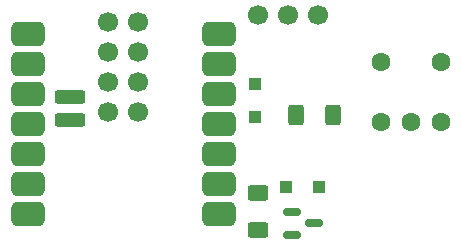
<source format=gbr>
%TF.GenerationSoftware,KiCad,Pcbnew,9.0.1*%
%TF.CreationDate,2025-04-11T12:26:54-04:00*%
%TF.ProjectId,Pneumatactors_1Xiao_CompactControl_Battery,506e6575-6d61-4746-9163-746f72735f31,rev?*%
%TF.SameCoordinates,Original*%
%TF.FileFunction,Soldermask,Top*%
%TF.FilePolarity,Negative*%
%FSLAX46Y46*%
G04 Gerber Fmt 4.6, Leading zero omitted, Abs format (unit mm)*
G04 Created by KiCad (PCBNEW 9.0.1) date 2025-04-11 12:26:54*
%MOMM*%
%LPD*%
G01*
G04 APERTURE LIST*
G04 Aperture macros list*
%AMRoundRect*
0 Rectangle with rounded corners*
0 $1 Rounding radius*
0 $2 $3 $4 $5 $6 $7 $8 $9 X,Y pos of 4 corners*
0 Add a 4 corners polygon primitive as box body*
4,1,4,$2,$3,$4,$5,$6,$7,$8,$9,$2,$3,0*
0 Add four circle primitives for the rounded corners*
1,1,$1+$1,$2,$3*
1,1,$1+$1,$4,$5*
1,1,$1+$1,$6,$7*
1,1,$1+$1,$8,$9*
0 Add four rect primitives between the rounded corners*
20,1,$1+$1,$2,$3,$4,$5,0*
20,1,$1+$1,$4,$5,$6,$7,0*
20,1,$1+$1,$6,$7,$8,$9,0*
20,1,$1+$1,$8,$9,$2,$3,0*%
G04 Aperture macros list end*
%ADD10RoundRect,0.150000X-0.587500X-0.150000X0.587500X-0.150000X0.587500X0.150000X-0.587500X0.150000X0*%
%ADD11C,1.600200*%
%ADD12RoundRect,0.250000X-0.300000X-0.300000X0.300000X-0.300000X0.300000X0.300000X-0.300000X0.300000X0*%
%ADD13RoundRect,0.250000X-0.625000X0.400000X-0.625000X-0.400000X0.625000X-0.400000X0.625000X0.400000X0*%
%ADD14RoundRect,0.250000X-0.400000X-0.625000X0.400000X-0.625000X0.400000X0.625000X-0.400000X0.625000X0*%
%ADD15RoundRect,0.250000X-0.300000X0.300000X-0.300000X-0.300000X0.300000X-0.300000X0.300000X0.300000X0*%
%ADD16RoundRect,0.525400X-0.900400X-0.525400X0.900400X-0.525400X0.900400X0.525400X-0.900400X0.525400X0*%
%ADD17RoundRect,0.300400X1.000400X0.300400X-1.000400X0.300400X-1.000400X-0.300400X1.000400X-0.300400X0*%
%ADD18C,1.700000*%
G04 APERTURE END LIST*
D10*
%TO.C,Q3*%
X39702500Y-38928000D03*
X39702500Y-40828000D03*
X41577500Y-39878000D03*
%TD*%
D11*
%TO.C,U1*%
X47262000Y-31299150D03*
X49802000Y-31299150D03*
X52342000Y-31299150D03*
X52342000Y-26250900D03*
X47262000Y-26250900D03*
%TD*%
D12*
%TO.C,D4*%
X39240000Y-36830000D03*
X42040000Y-36830000D03*
%TD*%
D13*
%TO.C,R6*%
X36830000Y-37312000D03*
X36830000Y-40412000D03*
%TD*%
D14*
%TO.C,R3*%
X40106000Y-30734000D03*
X43206000Y-30734000D03*
%TD*%
D15*
%TO.C,D1*%
X36594000Y-28068000D03*
X36594000Y-30868000D03*
%TD*%
D16*
%TO.C,U2*%
X17363000Y-23876000D03*
X17363000Y-26416000D03*
X17363000Y-28956000D03*
X17363000Y-31496000D03*
X17363000Y-34036000D03*
X17363000Y-36576000D03*
X17363000Y-39116000D03*
X33528000Y-39116000D03*
X33528000Y-36576000D03*
X33528000Y-34036000D03*
X33528000Y-31496000D03*
X33528000Y-28956000D03*
X33528000Y-26416000D03*
X33528000Y-23876000D03*
D17*
X20973000Y-31114000D03*
X20973000Y-29209000D03*
D18*
X24148000Y-22864000D03*
X26688000Y-22864000D03*
X24148000Y-25404000D03*
X26688000Y-25404000D03*
X24148000Y-27944000D03*
X26688000Y-27944000D03*
X24148000Y-30484000D03*
X26688000Y-30484000D03*
%TD*%
%TO.C,U3*%
X36848000Y-22265500D03*
X39388000Y-22265500D03*
X41928000Y-22265500D03*
%TD*%
M02*

</source>
